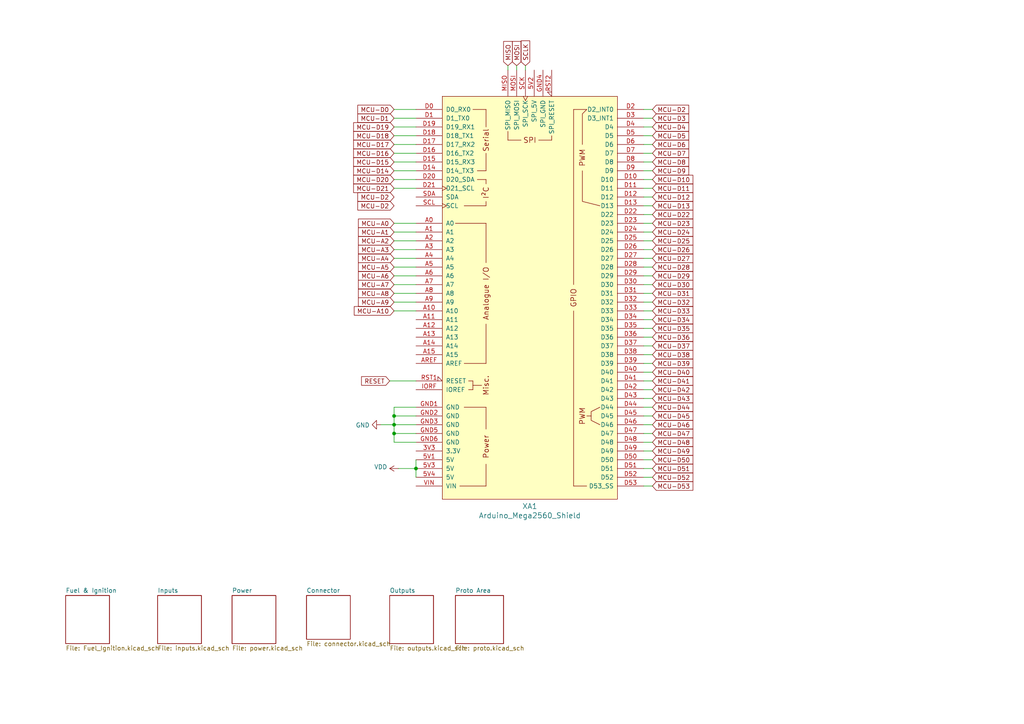
<source format=kicad_sch>
(kicad_sch (version 20231120) (generator "eeschema") (generator_version "8.0")
  (paper "A4")
  (title_block (title "0.4") (date "2021-03-27") (rev "4d") (company "Speeduino"))
  (lib_symbols
    (symbol "v0.4.3d-rescue:Arduino_Mega2560_Shield-Arduino-v0.4.4c-rescue" (pin_names (offset 1.016))
      (property "Reference" "XA" (at 2.54 0 90))
      (property "Value" "Arduino_Mega2560_Shield-Arduino-v0.4.4c-rescue" (at -2.54 0 90))
      (symbol "Arduino_Mega2560_Shield-Arduino-v0.4.4c-rescue_0_0"
        (rectangle (start -25.4 -58.42) (end 25.4 58.42) (fill (type background)))
        (rectangle (start -20.32 -54.61) (end -12.7 -54.61))
        (rectangle (start -19.05 -31.75) (end -12.7 -31.75))
        (rectangle (start -19.05 -19.05) (end -12.7 -19.05))
        (rectangle (start -19.05 26.67) (end -12.7 26.67))
        (rectangle (start -17.78 -26.67) (end -16.51 -26.67))
        (rectangle (start -17.78 -24.13) (end -16.51 -24.13))
        (rectangle (start -16.51 -25.4) (end -13.97 -25.4))
        (rectangle (start -16.51 -24.13) (end -16.51 -26.67))
        (rectangle (start -16.51 54.61) (end -12.7 54.61))
        (rectangle (start -15.24 34.29) (end -12.7 34.29))
        (rectangle (start -15.24 36.83) (end -12.7 36.83))
        (rectangle (start -12.7 -54.61) (end -12.7 -48.26))
        (rectangle (start -12.7 -31.75) (end -12.7 -38.1))
        (rectangle (start -12.7 26.67) (end -12.7 27.94))
        (rectangle (start -12.7 34.29) (end -12.7 33.02))
        (rectangle (start -12.7 41.91) (end -12.7 36.83))
        (rectangle (start -12.7 49.53) (end -12.7 54.61))
        (rectangle (start -6.35 48.26) (end -6.35 45.72))
        (rectangle (start -2.54 45.72) (end -6.35 45.72))
        (polyline (pts (xy -21.59 21.59) (xy -12.7 21.59)))
        (polyline (pts (xy -12.7 -19.05) (xy -12.7 -7.62)))
        (polyline (pts (xy -12.7 10.16) (xy -12.7 21.59)))
        (polyline (pts (xy 12.7 -54.61) (xy 16.51 -54.61)))
        (polyline (pts (xy 12.7 54.61) (xy 16.51 54.61)))
        (polyline (pts (xy 17.78 -34.29) (xy 16.51 -34.29)))
        (polyline (pts (xy 15.24 36.83) (xy 15.24 27.94) (xy 20.32 26.67)))
        (polyline (pts (xy 15.24 44.45) (xy 15.24 53.34) (xy 16.51 54.61)))
        (polyline (pts (xy 20.32 -31.75) (xy 17.78 -33.02) (xy 17.78 -35.56) (xy 20.32 -36.83)))
        (rectangle (start 6.35 45.72) (end 2.54 45.72))
        (rectangle (start 6.35 46.99) (end 6.35 45.72))
        (text "Analogue I/O" (at -12.7 1.27 900) (effects (font (size 1.524 1.524))))
        (text "I²C" (at -12.7 30.48 900) (effects (font (size 1.524 1.524))))
        (text "Misc." (at -12.7 -25.4 900) (effects (font (size 1.524 1.524))))
        (text "Power" (at -12.7 -43.18 900) (effects (font (size 1.524 1.524))))
        (text "PWM" (at 15.24 -34.29 900) (effects (font (size 1.524 1.524))))
        (text "PWM" (at 15.24 40.64 900) (effects (font (size 1.524 1.524))))
        (text "Serial" (at -12.7 45.72 900) (effects (font (size 1.524 1.524))))
        (text "SPI" (at 0 45.72 0) (effects (font (size 1.524 1.524))))
      )
      (symbol "Arduino_Mega2560_Shield-Arduino-v0.4.4c-rescue_1_0"
        (rectangle (start 12.7 -54.61) (end 12.7 -3.81))
        (rectangle (start 12.7 54.61) (end 12.7 3.81))
        (text "GPIO" (at 12.7 0 900) (effects (font (size 1.524 1.524))))
      )
      (symbol "Arduino_Mega2560_Shield-Arduino-v0.4.4c-rescue_1_1"
        (pin power_in line (at -33.02 -44.45 0) (length 7.62) (name "3.3V") (number "3V3"))
        (pin power_in line (at -33.02 -46.99 0) (length 7.62) (name "5V") (number "5V1"))
        (pin power_in line (at 1.27 66.04 270) (length 7.62) (name "SPI_5V") (number "5V2"))
        (pin power_in line (at -33.02 -49.53 0) (length 7.62) (name "5V") (number "5V3"))
        (pin power_in line (at -33.02 -52.07 0) (length 7.62) (name "5V") (number "5V4"))
        (pin bidirectional line (at -33.02 21.59 0) (length 7.62) (name "A0") (number "A0"))
        (pin bidirectional line (at -33.02 19.05 0) (length 7.62) (name "A1") (number "A1"))
        (pin bidirectional line (at -33.02 -3.81 0) (length 7.62) (name "A10") (number "A10"))
        (pin bidirectional line (at -33.02 -6.35 0) (length 7.62) (name "A11") (number "A11"))
        (pin bidirectional line (at -33.02 -8.89 0) (length 7.62) (name "A12") (number "A12"))
        (pin bidirectional line (at -33.02 -11.43 0) (length 7.62) (name "A13") (number "A13"))
        (pin bidirectional line (at -33.02 -13.97 0) (length 7.62) (name "A14") (number "A14"))
        (pin bidirectional line (at -33.02 -16.51 0) (length 7.62) (name "A15") (number "A15"))
        (pin bidirectional line (at -33.02 16.51 0) (length 7.62) (name "A2") (number "A2"))
        (pin bidirectional line (at -33.02 13.97 0) (length 7.62) (name "A3") (number "A3"))
        (pin bidirectional line (at -33.02 11.43 0) (length 7.62) (name "A4") (number "A4"))
        (pin bidirectional line (at -33.02 8.89 0) (length 7.62) (name "A5") (number "A5"))
        (pin bidirectional line (at -33.02 6.35 0) (length 7.62) (name "A6") (number "A6"))
        (pin bidirectional line (at -33.02 3.81 0) (length 7.62) (name "A7") (number "A7"))
        (pin bidirectional line (at -33.02 1.27 0) (length 7.62) (name "A8") (number "A8"))
        (pin bidirectional line (at -33.02 -1.27 0) (length 7.62) (name "A9") (number "A9"))
        (pin input line (at -33.02 -19.05 0) (length 7.62) (name "AREF") (number "AREF"))
        (pin bidirectional line (at -33.02 54.61 0) (length 7.62) (name "D0_RX0") (number "D0"))
        (pin bidirectional line (at -33.02 52.07 0) (length 7.62) (name "D1_TX0") (number "D1"))
        (pin bidirectional line (at 33.02 34.29 180) (length 7.62) (name "D10") (number "D10"))
        (pin bidirectional line (at 33.02 31.75 180) (length 7.62) (name "D11") (number "D11"))
        (pin bidirectional line (at 33.02 29.21 180) (length 7.62) (name "D12") (number "D12"))
        (pin bidirectional line (at 33.02 26.67 180) (length 7.62) (name "D13") (number "D13"))
        (pin bidirectional line (at -33.02 36.83 0) (length 7.62) (name "D14_TX3") (number "D14"))
        (pin bidirectional line (at -33.02 39.37 0) (length 7.62) (name "D15_RX3") (number "D15"))
        (pin bidirectional line (at -33.02 41.91 0) (length 7.62) (name "D16_TX2") (number "D16"))
        (pin bidirectional line (at -33.02 44.45 0) (length 7.62) (name "D17_RX2") (number "D17"))
        (pin bidirectional line (at -33.02 46.99 0) (length 7.62) (name "D18_TX1") (number "D18"))
        (pin bidirectional line (at -33.02 49.53 0) (length 7.62) (name "D19_RX1") (number "D19"))
        (pin bidirectional line (at 33.02 54.61 180) (length 7.62) (name "D2_INT0") (number "D2"))
        (pin bidirectional line (at -33.02 34.29 0) (length 7.62) (name "D20_SDA") (number "D20"))
        (pin bidirectional clock (at -33.02 31.75 0) (length 7.62) (name "D21_SCL") (number "D21"))
        (pin bidirectional line (at 33.02 24.13 180) (length 7.62) (name "D22") (number "D22"))
        (pin bidirectional line (at 33.02 21.59 180) (length 7.62) (name "D23") (number "D23"))
        (pin bidirectional line (at 33.02 19.05 180) (length 7.62) (name "D24") (number "D24"))
        (pin bidirectional line (at 33.02 16.51 180) (length 7.62) (name "D25") (number "D25"))
        (pin bidirectional line (at 33.02 13.97 180) (length 7.62) (name "D26") (number "D26"))
        (pin bidirectional line (at 33.02 11.43 180) (length 7.62) (name "D27") (number "D27"))
        (pin bidirectional line (at 33.02 8.89 180) (length 7.62) (name "D28") (number "D28"))
        (pin bidirectional line (at 33.02 6.35 180) (length 7.62) (name "D29") (number "D29"))
        (pin bidirectional line (at 33.02 52.07 180) (length 7.62) (name "D3_INT1") (number "D3"))
        (pin bidirectional line (at 33.02 3.81 180) (length 7.62) (name "D30") (number "D30"))
        (pin bidirectional line (at 33.02 1.27 180) (length 7.62) (name "D31") (number "D31"))
        (pin bidirectional line (at 33.02 -1.27 180) (length 7.62) (name "D32") (number "D32"))
        (pin bidirectional line (at 33.02 -3.81 180) (length 7.62) (name "D33") (number "D33"))
        (pin bidirectional line (at 33.02 -6.35 180) (length 7.62) (name "D34") (number "D34"))
        (pin bidirectional line (at 33.02 -8.89 180) (length 7.62) (name "D35") (number "D35"))
        (pin bidirectional line (at 33.02 -11.43 180) (length 7.62) (name "D36") (number "D36"))
        (pin bidirectional line (at 33.02 -13.97 180) (length 7.62) (name "D37") (number "D37"))
        (pin bidirectional line (at 33.02 -16.51 180) (length 7.62) (name "D38") (number "D38"))
        (pin bidirectional line (at 33.02 -19.05 180) (length 7.62) (name "D39") (number "D39"))
        (pin bidirectional line (at 33.02 49.53 180) (length 7.62) (name "D4") (number "D4"))
        (pin bidirectional line (at 33.02 -21.59 180) (length 7.62) (name "D40") (number "D40"))
        (pin bidirectional line (at 33.02 -24.13 180) (length 7.62) (name "D41") (number "D41"))
        (pin bidirectional line (at 33.02 -26.67 180) (length 7.62) (name "D42") (number "D42"))
        (pin bidirectional line (at 33.02 -29.21 180) (length 7.62) (name "D43") (number "D43"))
        (pin bidirectional line (at 33.02 -31.75 180) (length 7.62) (name "D44") (number "D44"))
        (pin bidirectional line (at 33.02 -34.29 180) (length 7.62) (name "D45") (number "D45"))
        (pin bidirectional line (at 33.02 -36.83 180) (length 7.62) (name "D46") (number "D46"))
        (pin bidirectional line (at 33.02 -39.37 180) (length 7.62) (name "D47") (number "D47"))
        (pin bidirectional line (at 33.02 -41.91 180) (length 7.62) (name "D48") (number "D48"))
        (pin bidirectional line (at 33.02 -44.45 180) (length 7.62) (name "D49") (number "D49"))
        (pin bidirectional line (at 33.02 46.99 180) (length 7.62) (name "D5") (number "D5"))
        (pin bidirectional line (at 33.02 -46.99 180) (length 7.62) (name "D50") (number "D50"))
        (pin bidirectional line (at 33.02 -49.53 180) (length 7.62) (name "D51") (number "D51"))
        (pin bidirectional line (at 33.02 -52.07 180) (length 7.62) (name "D52") (number "D52"))
        (pin bidirectional line (at 33.02 -54.61 180) (length 7.62) (name "D53_SS") (number "D53"))
        (pin bidirectional line (at 33.02 44.45 180) (length 7.62) (name "D6") (number "D6"))
        (pin bidirectional line (at 33.02 41.91 180) (length 7.62) (name "D7") (number "D7"))
        (pin bidirectional line (at 33.02 39.37 180) (length 7.62) (name "D8") (number "D8"))
        (pin bidirectional line (at 33.02 36.83 180) (length 7.62) (name "D9") (number "D9"))
        (pin power_in line (at -33.02 -31.75 0) (length 7.62) (name "GND") (number "GND1"))
        (pin power_in line (at -33.02 -34.29 0) (length 7.62) (name "GND") (number "GND2"))
        (pin power_in line (at -33.02 -36.83 0) (length 7.62) (name "GND") (number "GND3"))
        (pin power_in line (at 3.81 66.04 270) (length 7.62) (name "SPI_GND") (number "GND4"))
        (pin power_in line (at -33.02 -39.37 0) (length 7.62) (name "GND") (number "GND5"))
        (pin power_in line (at -33.02 -41.91 0) (length 7.62) (name "GND") (number "GND6"))
        (pin output line (at -33.02 -26.67 0) (length 7.62) (name "IOREF") (number "IORF"))
        (pin input line (at -6.35 66.04 270) (length 7.62) (name "SPI_MISO") (number "MISO"))
        (pin output line (at -3.81 66.04 270) (length 7.62) (name "SPI_MOSI") (number "MOSI"))
        (pin open_collector input_low (at -33.02 -24.13 0) (length 7.62) (name "RESET") (number "RST1"))
        (pin open_collector input_low (at 6.35 66.04 270) (length 7.62) (name "SPI_RESET") (number "RST2"))
        (pin output clock (at -1.27 66.04 270) (length 7.62) (name "SPI_SCK") (number "SCK"))
        (pin bidirectional clock (at -33.02 26.67 0) (length 7.62) (name "SCL") (number "SCL"))
        (pin bidirectional line (at -33.02 29.21 0) (length 7.62) (name "SDA") (number "SDA"))
        (pin power_in line (at -33.02 -54.61 0) (length 7.62) (name "VIN") (number "VIN"))
      )
    )
    (symbol "v0.4.3d-rescue:GND-power" (power) (pin_names (offset 0))
      (property "Value" "power_GND" (at 0 -3.81 0))
      (symbol "GND-power_0_1"
        (polyline (pts (xy 0 0) (xy 0 -1.27) (xy 1.27 -1.27) (xy 0 -2.54) (xy -1.27 -1.27) (xy 0 -1.27)))
      )
      (symbol "GND-power_1_1"
        (pin power_in line (at 0 0 270) (length 0) hide (name "GND") (number "1"))
      )
    )
    (symbol "v0.4.3d-rescue:VDD-power" (power) (pin_names (offset 0))
      (property "Value" "power_VDD" (at 0 3.81 0))
      (symbol "VDD-power_0_1"
        (polyline (pts (xy -0.762 1.27) (xy 0 2.54)))
        (polyline (pts (xy 0 0) (xy 0 2.54)))
        (polyline (pts (xy 0 2.54) (xy 0.762 1.27)))
      )
      (symbol "VDD-power_1_1"
        (pin power_in line (at 0 0 90) (length 0) hide (name "VDD") (number "1"))
      )
    )
  )
  (junction (at 114.3 125.73))
  (junction (at 120.65 135.89))
  (junction (at 114.3 123.19))
  (junction (at 114.3 120.65))
  (wire (pts (xy 186.69 100.33) (xy 189.23 100.33)))
  (wire (pts (xy 189.23 59.69) (xy 186.69 59.69)))
  (wire (pts (xy 120.65 85.09) (xy 114.3 85.09)))
  (wire (pts (xy 120.65 90.17) (xy 114.3 90.17)))
  (wire (pts (xy 120.65 133.35) (xy 120.65 135.89)))
  (wire (pts (xy 186.69 120.65) (xy 189.23 120.65)))
  (wire (pts (xy 189.23 133.35) (xy 186.69 133.35)))
  (wire (pts (xy 186.69 85.09) (xy 189.23 85.09)))
  (wire (pts (xy 189.23 34.29) (xy 186.69 34.29)))
  (wire (pts (xy 152.4 19.05) (xy 152.4 20.32)))
  (wire (pts (xy 186.69 95.25) (xy 189.23 95.25)))
  (wire (pts (xy 114.3 77.47) (xy 120.65 77.47)))
  (wire (pts (xy 114.3 123.19) (xy 110.49 123.19)))
  (wire (pts (xy 189.23 82.55) (xy 186.69 82.55)))
  (wire (pts (xy 120.65 128.27) (xy 114.3 128.27)))
  (wire (pts (xy 186.69 135.89) (xy 189.23 135.89)))
  (wire (pts (xy 186.69 57.15) (xy 189.23 57.15)))
  (wire (pts (xy 114.3 41.91) (xy 120.65 41.91)))
  (wire (pts (xy 186.69 46.99) (xy 189.23 46.99)))
  (wire (pts (xy 114.3 46.99) (xy 120.65 46.99)))
  (wire (pts (xy 120.65 118.11) (xy 114.3 118.11)))
  (wire (pts (xy 186.69 125.73) (xy 189.23 125.73)))
  (wire (pts (xy 120.65 74.93) (xy 114.3 74.93)))
  (wire (pts (xy 189.23 54.61) (xy 186.69 54.61)))
  (wire (pts (xy 189.23 62.23) (xy 186.69 62.23)))
  (wire (pts (xy 114.3 125.73) (xy 114.3 123.19)))
  (wire (pts (xy 189.23 44.45) (xy 186.69 44.45)))
  (wire (pts (xy 114.3 118.11) (xy 114.3 120.65)))
  (wire (pts (xy 114.3 31.75) (xy 120.65 31.75)))
  (wire (pts (xy 120.65 34.29) (xy 114.3 34.29)))
  (wire (pts (xy 186.69 69.85) (xy 189.23 69.85)))
  (wire (pts (xy 120.65 44.45) (xy 114.3 44.45)))
  (wire (pts (xy 189.23 107.95) (xy 186.69 107.95)))
  (wire (pts (xy 186.69 140.97) (xy 189.23 140.97)))
  (wire (pts (xy 189.23 67.31) (xy 186.69 67.31)))
  (wire (pts (xy 120.65 125.73) (xy 114.3 125.73)))
  (wire (pts (xy 186.69 41.91) (xy 189.23 41.91)))
  (wire (pts (xy 120.65 49.53) (xy 114.3 49.53)))
  (wire (pts (xy 114.3 128.27) (xy 114.3 125.73)))
  (wire (pts (xy 113.03 110.49) (xy 120.65 110.49)))
  (wire (pts (xy 120.65 80.01) (xy 114.3 80.01)))
  (wire (pts (xy 120.65 123.19) (xy 114.3 123.19)))
  (wire (pts (xy 189.23 72.39) (xy 186.69 72.39)))
  (wire (pts (xy 114.3 36.83) (xy 120.65 36.83)))
  (wire (pts (xy 186.69 110.49) (xy 189.23 110.49)))
  (wire (pts (xy 186.69 80.01) (xy 189.23 80.01)))
  (wire (pts (xy 149.86 19.05) (xy 149.86 20.32)))
  (wire (pts (xy 189.23 97.79) (xy 186.69 97.79)))
  (wire (pts (xy 186.69 74.93) (xy 189.23 74.93)))
  (wire (pts (xy 189.23 77.47) (xy 186.69 77.47)))
  (wire (pts (xy 114.3 52.07) (xy 120.65 52.07)))
  (wire (pts (xy 120.65 120.65) (xy 114.3 120.65)))
  (wire (pts (xy 115.57 135.89) (xy 120.65 135.89)))
  (wire (pts (xy 186.69 64.77) (xy 189.23 64.77)))
  (wire (pts (xy 186.69 52.07) (xy 189.23 52.07)))
  (wire (pts (xy 120.65 69.85) (xy 114.3 69.85)))
  (wire (pts (xy 189.23 102.87) (xy 186.69 102.87)))
  (wire (pts (xy 120.65 138.43) (xy 120.65 135.89)))
  (wire (pts (xy 189.23 49.53) (xy 186.69 49.53)))
  (wire (pts (xy 189.23 39.37) (xy 186.69 39.37)))
  (wire (pts (xy 189.23 123.19) (xy 186.69 123.19)))
  (wire (pts (xy 186.69 90.17) (xy 189.23 90.17)))
  (wire (pts (xy 186.69 130.81) (xy 189.23 130.81)))
  (wire (pts (xy 189.23 138.43) (xy 186.69 138.43)))
  (wire (pts (xy 114.3 72.39) (xy 120.65 72.39)))
  (wire (pts (xy 114.3 67.31) (xy 120.65 67.31)))
  (wire (pts (xy 186.69 36.83) (xy 189.23 36.83)))
  (wire (pts (xy 186.69 115.57) (xy 189.23 115.57)))
  (wire (pts (xy 189.23 128.27) (xy 186.69 128.27)))
  (wire (pts (xy 189.23 113.03) (xy 186.69 113.03)))
  (wire (pts (xy 189.23 87.63) (xy 186.69 87.63)))
  (wire (pts (xy 114.3 87.63) (xy 120.65 87.63)))
  (wire (pts (xy 114.3 64.77) (xy 120.65 64.77)))
  (wire (pts (xy 147.32 19.05) (xy 147.32 20.32)))
  (wire (pts (xy 114.3 82.55) (xy 120.65 82.55)))
  (wire (pts (xy 120.65 54.61) (xy 114.3 54.61)))
  (wire (pts (xy 186.69 105.41) (xy 189.23 105.41)))
  (wire (pts (xy 189.23 118.11) (xy 186.69 118.11)))
  (wire (pts (xy 120.65 39.37) (xy 114.3 39.37)))
  (wire (pts (xy 114.3 120.65) (xy 114.3 123.19)))
  (wire (pts (xy 189.23 92.71) (xy 186.69 92.71)))
  (wire (pts (xy 186.69 31.75) (xy 189.23 31.75)))
  (global_label "MCU-D38" (shape input) (at 189.23 102.87 0) (property "Intersheetrefs" "${INTERSHEET_REFS}" (effects (hide yes))))
  (global_label "MCU-D28" (shape input) (at 189.23 77.47 0) (property "Intersheetrefs" "${INTERSHEET_REFS}" (effects (hide yes))))
  (global_label "MCU-D22" (shape input) (at 189.23 62.23 0) (property "Intersheetrefs" "${INTERSHEET_REFS}" (effects (hide yes))))
  (global_label "MCU-D32" (shape input) (at 189.23 87.63 0) (property "Intersheetrefs" "${INTERSHEET_REFS}" (effects (hide yes))))
  (global_label "MCU-D18" (shape input) (at 114.3 39.37 180) (property "Intersheetrefs" "${INTERSHEET_REFS}" (effects (hide yes))))
  (global_label "MCU-D9" (shape input) (at 189.23 49.53 0) (property "Intersheetrefs" "${INTERSHEET_REFS}" (effects (hide yes))))
  (global_label "MCU-A2" (shape input) (at 114.3 69.85 180) (property "Intersheetrefs" "${INTERSHEET_REFS}" (effects (hide yes))))
  (global_label "MISO" (shape input) (at 147.32 19.05 90) (property "Intersheetrefs" "${INTERSHEET_REFS}" (effects (hide yes))))
  (global_label "MCU-D42" (shape input) (at 189.23 113.03 0) (property "Intersheetrefs" "${INTERSHEET_REFS}" (effects (hide yes))))
  (global_label "MCU-D15" (shape input) (at 114.3 46.99 180) (property "Intersheetrefs" "${INTERSHEET_REFS}" (effects (hide yes))))
  (global_label "MCU-D2" (shape input) (at 114.3 57.15 180) (property "Intersheetrefs" "${INTERSHEET_REFS}" (effects (hide yes))))
  (global_label "MCU-D19" (shape input) (at 114.3 36.83 180) (property "Intersheetrefs" "${INTERSHEET_REFS}" (effects (hide yes))))
  (global_label "MCU-D16" (shape input) (at 114.3 44.45 180) (property "Intersheetrefs" "${INTERSHEET_REFS}" (effects (hide yes))))
  (global_label "MCU-D49" (shape input) (at 189.23 130.81 0) (property "Intersheetrefs" "${INTERSHEET_REFS}" (effects (hide yes))))
  (global_label "MCU-D8" (shape input) (at 189.23 46.99 0) (property "Intersheetrefs" "${INTERSHEET_REFS}" (effects (hide yes))))
  (global_label "MCU-D34" (shape input) (at 189.23 92.71 0) (property "Intersheetrefs" "${INTERSHEET_REFS}" (effects (hide yes))))
  (global_label "SCLK" (shape input) (at 152.4 19.05 90) (property "Intersheetrefs" "${INTERSHEET_REFS}" (effects (hide yes))))
  (global_label "MCU-D51" (shape input) (at 189.23 135.89 0) (property "Intersheetrefs" "${INTERSHEET_REFS}" (effects (hide yes))))
  (global_label "MCU-D2" (shape input) (at 114.3 59.69 180) (property "Intersheetrefs" "${INTERSHEET_REFS}" (effects (hide yes))))
  (global_label "MCU-A3" (shape input) (at 114.3 72.39 180) (property "Intersheetrefs" "${INTERSHEET_REFS}" (effects (hide yes))))
  (global_label "MCU-D45" (shape input) (at 189.23 120.65 0) (property "Intersheetrefs" "${INTERSHEET_REFS}" (effects (hide yes))))
  (global_label "MCU-D47" (shape input) (at 189.23 125.73 0) (property "Intersheetrefs" "${INTERSHEET_REFS}" (effects (hide yes))))
  (global_label "MCU-D52" (shape input) (at 189.23 138.43 0) (property "Intersheetrefs" "${INTERSHEET_REFS}" (effects (hide yes))))
  (global_label "MCU-D20" (shape input) (at 114.3 52.07 180) (property "Intersheetrefs" "${INTERSHEET_REFS}" (effects (hide yes))))
  (global_label "MCU-D35" (shape input) (at 189.23 95.25 0) (property "Intersheetrefs" "${INTERSHEET_REFS}" (effects (hide yes))))
  (global_label "MCU-D40" (shape input) (at 189.23 107.95 0) (property "Intersheetrefs" "${INTERSHEET_REFS}" (effects (hide yes))))
  (global_label "MCU-D4" (shape input) (at 189.23 36.83 0) (property "Intersheetrefs" "${INTERSHEET_REFS}" (effects (hide yes))))
  (global_label "MCU-D27" (shape input) (at 189.23 74.93 0) (property "Intersheetrefs" "${INTERSHEET_REFS}" (effects (hide yes))))
  (global_label "MCU-D1" (shape input) (at 114.3 34.29 180) (property "Intersheetrefs" "${INTERSHEET_REFS}" (effects (hide yes))))
  (global_label "MCU-D3" (shape input) (at 189.23 34.29 0) (property "Intersheetrefs" "${INTERSHEET_REFS}" (effects (hide yes))))
  (global_label "RESET" (shape input) (at 113.03 110.49 180) (property "Intersheetrefs" "${INTERSHEET_REFS}" (effects (hide yes))))
  (global_label "MCU-A9" (shape input) (at 114.3 87.63 180) (property "Intersheetrefs" "${INTERSHEET_REFS}" (effects (hide yes))))
  (global_label "MCU-D5" (shape input) (at 189.23 39.37 0) (property "Intersheetrefs" "${INTERSHEET_REFS}" (effects (hide yes))))
  (global_label "MCU-A10" (shape input) (at 114.3 90.17 180) (property "Intersheetrefs" "${INTERSHEET_REFS}" (effects (hide yes))))
  (global_label "MCU-D17" (shape input) (at 114.3 41.91 180) (property "Intersheetrefs" "${INTERSHEET_REFS}" (effects (hide yes))))
  (global_label "MCU-D21" (shape input) (at 114.3 54.61 180) (property "Intersheetrefs" "${INTERSHEET_REFS}" (effects (hide yes))))
  (global_label "MCU-A7" (shape input) (at 114.3 82.55 180) (property "Intersheetrefs" "${INTERSHEET_REFS}" (effects (hide yes))))
  (global_label "MCU-D53" (shape input) (at 189.23 140.97 0) (property "Intersheetrefs" "${INTERSHEET_REFS}" (effects (hide yes))))
  (global_label "MCU-D39" (shape input) (at 189.23 105.41 0) (property "Intersheetrefs" "${INTERSHEET_REFS}" (effects (hide yes))))
  (global_label "MCU-D50" (shape input) (at 189.23 133.35 0) (property "Intersheetrefs" "${INTERSHEET_REFS}" (effects (hide yes))))
  (global_label "MCU-D37" (shape input) (at 189.23 100.33 0) (property "Intersheetrefs" "${INTERSHEET_REFS}" (effects (hide yes))))
  (global_label "MCU-D31" (shape input) (at 189.23 85.09 0) (property "Intersheetrefs" "${INTERSHEET_REFS}" (effects (hide yes))))
  (global_label "MCU-D10" (shape input) (at 189.23 52.07 0) (property "Intersheetrefs" "${INTERSHEET_REFS}" (effects (hide yes))))
  (global_label "MCU-D41" (shape input) (at 189.23 110.49 0) (property "Intersheetrefs" "${INTERSHEET_REFS}" (effects (hide yes))))
  (global_label "MCU-D30" (shape input) (at 189.23 82.55 0) (property "Intersheetrefs" "${INTERSHEET_REFS}" (effects (hide yes))))
  (global_label "MCU-D0" (shape input) (at 114.3 31.75 180) (property "Intersheetrefs" "${INTERSHEET_REFS}" (effects (hide yes))))
  (global_label "MCU-A8" (shape input) (at 114.3 85.09 180) (property "Intersheetrefs" "${INTERSHEET_REFS}" (effects (hide yes))))
  (global_label "MCU-D48" (shape input) (at 189.23 128.27 0) (property "Intersheetrefs" "${INTERSHEET_REFS}" (effects (hide yes))))
  (global_label "MCU-A5" (shape input) (at 114.3 77.47 180) (property "Intersheetrefs" "${INTERSHEET_REFS}" (effects (hide yes))))
  (global_label "MCU-A1" (shape input) (at 114.3 67.31 180) (property "Intersheetrefs" "${INTERSHEET_REFS}" (effects (hide yes))))
  (global_label "MCU-A4" (shape input) (at 114.3 74.93 180) (property "Intersheetrefs" "${INTERSHEET_REFS}" (effects (hide yes))))
  (global_label "MCU-D29" (shape input) (at 189.23 80.01 0) (property "Intersheetrefs" "${INTERSHEET_REFS}" (effects (hide yes))))
  (global_label "MCU-D44" (shape input) (at 189.23 118.11 0) (property "Intersheetrefs" "${INTERSHEET_REFS}" (effects (hide yes))))
  (global_label "MCU-D23" (shape input) (at 189.23 64.77 0) (property "Intersheetrefs" "${INTERSHEET_REFS}" (effects (hide yes))))
  (global_label "MCU-A6" (shape input) (at 114.3 80.01 180) (property "Intersheetrefs" "${INTERSHEET_REFS}" (effects (hide yes))))
  (global_label "MCU-D33" (shape input) (at 189.23 90.17 0) (property "Intersheetrefs" "${INTERSHEET_REFS}" (effects (hide yes))))
  (global_label "MCU-D36" (shape input) (at 189.23 97.79 0) (property "Intersheetrefs" "${INTERSHEET_REFS}" (effects (hide yes))))
  (global_label "MCU-D26" (shape input) (at 189.23 72.39 0) (property "Intersheetrefs" "${INTERSHEET_REFS}" (effects (hide yes))))
  (global_label "MCU-D43" (shape input) (at 189.23 115.57 0) (property "Intersheetrefs" "${INTERSHEET_REFS}" (effects (hide yes))))
  (global_label "MCU-D7" (shape input) (at 189.23 44.45 0) (property "Intersheetrefs" "${INTERSHEET_REFS}" (effects (hide yes))))
  (global_label "MCU-D11" (shape input) (at 189.23 54.61 0) (property "Intersheetrefs" "${INTERSHEET_REFS}" (effects (hide yes))))
  (global_label "MCU-D24" (shape input) (at 189.23 67.31 0) (property "Intersheetrefs" "${INTERSHEET_REFS}" (effects (hide yes))))
  (global_label "MCU-D6" (shape input) (at 189.23 41.91 0) (property "Intersheetrefs" "${INTERSHEET_REFS}" (effects (hide yes))))
  (global_label "MCU-D25" (shape input) (at 189.23 69.85 0) (property "Intersheetrefs" "${INTERSHEET_REFS}" (effects (hide yes))))
  (global_label "MCU-D46" (shape input) (at 189.23 123.19 0) (property "Intersheetrefs" "${INTERSHEET_REFS}" (effects (hide yes))))
  (global_label "MCU-A0" (shape input) (at 114.3 64.77 180) (property "Intersheetrefs" "${INTERSHEET_REFS}" (effects (hide yes))))
  (global_label "MOSI" (shape input) (at 149.86 19.05 90) (property "Intersheetrefs" "${INTERSHEET_REFS}" (effects (hide yes))))
  (global_label "MCU-D14" (shape input) (at 114.3 49.53 180) (property "Intersheetrefs" "${INTERSHEET_REFS}" (effects (hide yes))))
  (global_label "MCU-D2" (shape input) (at 189.23 31.75 0) (property "Intersheetrefs" "${INTERSHEET_REFS}" (effects (hide yes))))
  (global_label "MCU-D13" (shape input) (at 189.23 59.69 0) (property "Intersheetrefs" "${INTERSHEET_REFS}" (effects (hide yes))))
  (global_label "MCU-D12" (shape input) (at 189.23 57.15 0) (property "Intersheetrefs" "${INTERSHEET_REFS}" (effects (hide yes))))
  (symbol (lib_id "v0.4.3d-rescue:Arduino_Mega2560_Shield-Arduino-v0.4.4c-rescue") (at 153.67 86.36 0) (unit 1)
    (property "Reference" "XA1" (at 153.67 146.8374 0) (effects (font (size 1.524 1.524))))
    (property "Value" "Arduino_Mega2560_Shield" (at 153.67 149.5298 0) (effects (font (size 1.524 1.524))))
    (property "Footprint" "Shields:Arduino_Mega2560_Shield_IO_Only" (effects (hide yes)))
  )
  (symbol (lib_id "v0.4.3d-rescue:GND-power") (at 110.49 123.19 270) (unit 1)
    (property "Reference" "#PWR01" (effects (hide yes)))
    (property "Value" "GND" (at 107.2388 123.317 90) (effects (justify right)))
  )
  (symbol (lib_id "v0.4.3d-rescue:VDD-power") (at 115.57 135.89 90) (unit 1)
    (property "Reference" "#PWR02" (effects (hide yes)))
    (property "Value" "VDD" (at 112.3442 135.4328 90) (effects (justify left)))
  )
  (sheet (at 19.05 172.72) (size 12.7 13.97)
    (property "Sheetname" "Fuel & Ignition" (at 19.05 172.0084 0) (effects (justify left bottom)))
    (property "Sheetfile" "Fuel_Ignition.kicad_sch" (at 19.05 187.2746 0) (effects (justify left top)))
  )
  (sheet (at 45.72 172.72) (size 12.7 13.97)
    (property "Sheetname" "Inputs" (at 45.72 172.0084 0) (effects (justify left bottom)))
    (property "Sheetfile" "inputs.kicad_sch" (at 45.72 187.2746 0) (effects (justify left top)))
  )
  (sheet (at 67.31 172.72) (size 12.7 13.97)
    (property "Sheetname" "Power" (at 67.31 172.0084 0) (effects (justify left bottom)))
    (property "Sheetfile" "power.kicad_sch" (at 67.31 187.2746 0) (effects (justify left top)))
  )
  (sheet (at 88.9 172.72) (size 12.7 12.7)
    (property "Sheetname" "Connector" (at 88.9 172.0084 0) (effects (justify left bottom)))
    (property "Sheetfile" "connector.kicad_sch" (at 88.9 186.0046 0) (effects (justify left top)))
  )
  (sheet (at 113.03 172.72) (size 12.7 13.97)
    (property "Sheetname" "Outputs" (at 113.03 172.0084 0) (effects (justify left bottom)))
    (property "Sheetfile" "outputs.kicad_sch" (at 113.03 187.2746 0) (effects (justify left top)))
  )
  (sheet (at 132.08 172.72) (size 13.97 13.97)
    (property "Sheetname" "Proto Area" (at 132.08 172.0084 0) (effects (justify left bottom)))
    (property "Sheetfile" "proto.kicad_sch" (at 132.08 187.2746 0) (effects (justify left top)))
  )
)
</source>
